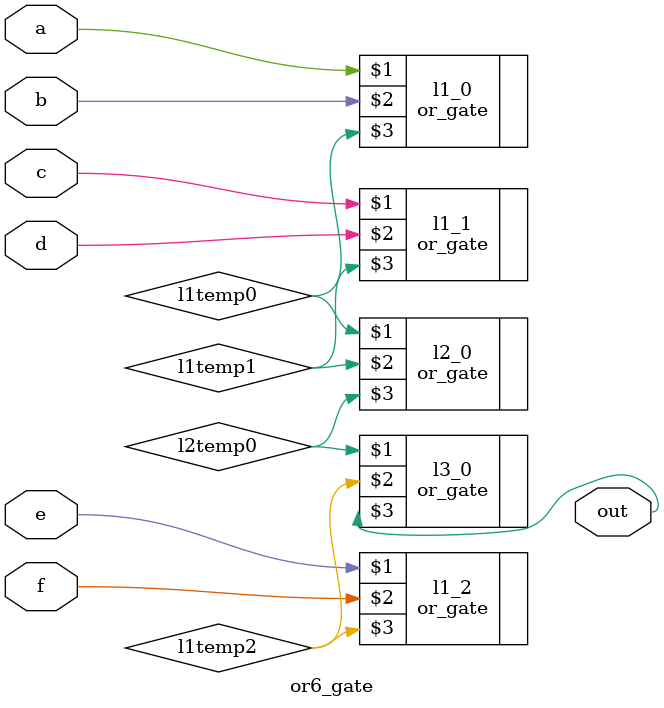
<source format=v>
`timescale 1ns/10ps

`include "../lib/or_gate.v"

module or6_gate(a, b, c, d, e, f, out);

	//inuts
	input a, b, c, d, e, f;

	//output
	output out;

	//wires
	wire l1temp0, l1temp1, l1temp2, l2temp0;

  	or_gate l1_0(a, b, l1temp0);
  	or_gate l1_1(c, d, l1temp1);
	or_gate l1_2(e, f, l1temp2);

  	or_gate l2_0(l1temp0, l1temp1, l2temp0);

	or_gate l3_0(l2temp0, l1temp2, out);
endmodule
</source>
